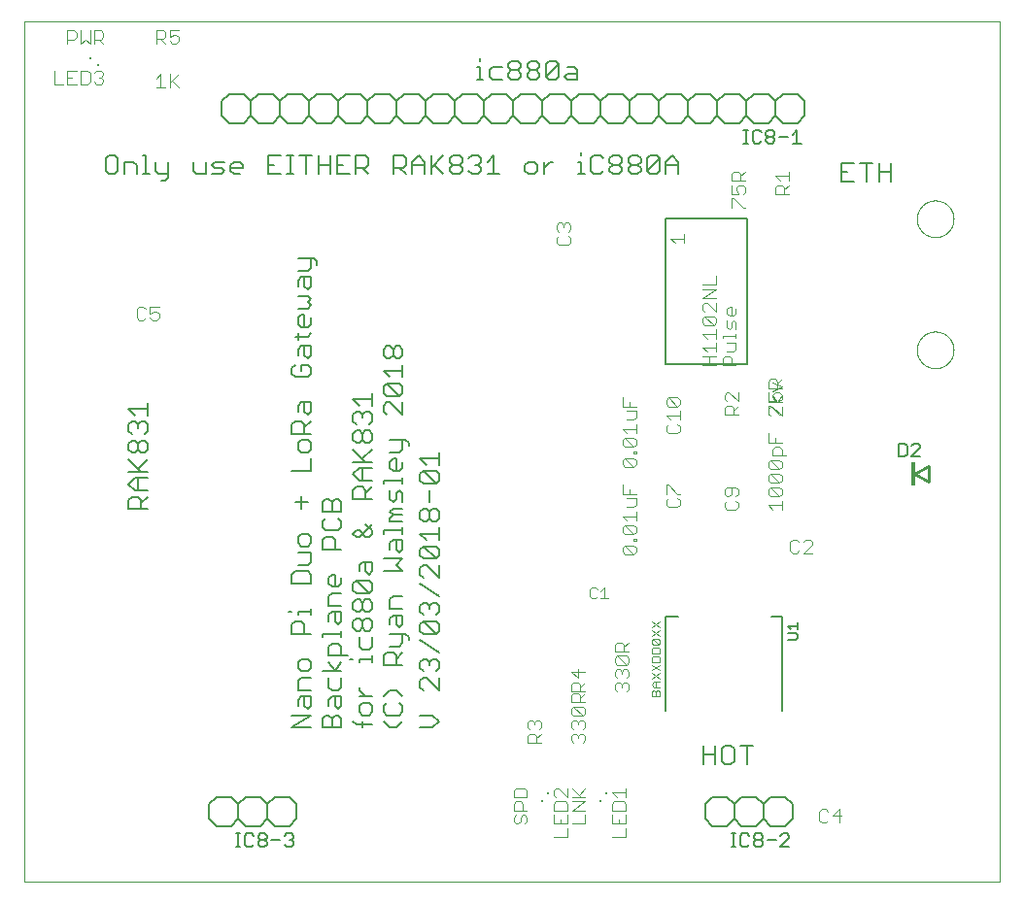
<source format=gto>
G75*
%MOIN*%
%OFA0B0*%
%FSLAX25Y25*%
%IPPOS*%
%LPD*%
%AMOC8*
5,1,8,0,0,1.08239X$1,22.5*
%
%ADD10C,0.00000*%
%ADD11C,0.00600*%
%ADD12C,0.00500*%
%ADD13C,0.01000*%
%ADD14R,0.01181X0.08268*%
%ADD15C,0.00400*%
%ADD16C,0.00800*%
%ADD17C,0.00700*%
%ADD18C,0.00300*%
%ADD19C,0.00984*%
%ADD20R,0.00787X0.00787*%
D10*
X0021800Y0006800D02*
X0021800Y0302076D01*
X0356446Y0302076D01*
X0356446Y0006800D01*
X0021800Y0006800D01*
X0328001Y0189300D02*
X0328003Y0189458D01*
X0328009Y0189616D01*
X0328019Y0189774D01*
X0328033Y0189932D01*
X0328051Y0190089D01*
X0328072Y0190246D01*
X0328098Y0190402D01*
X0328128Y0190558D01*
X0328161Y0190713D01*
X0328199Y0190866D01*
X0328240Y0191019D01*
X0328285Y0191171D01*
X0328334Y0191322D01*
X0328387Y0191471D01*
X0328443Y0191619D01*
X0328503Y0191765D01*
X0328567Y0191910D01*
X0328635Y0192053D01*
X0328706Y0192195D01*
X0328780Y0192335D01*
X0328858Y0192472D01*
X0328940Y0192608D01*
X0329024Y0192742D01*
X0329113Y0192873D01*
X0329204Y0193002D01*
X0329299Y0193129D01*
X0329396Y0193254D01*
X0329497Y0193376D01*
X0329601Y0193495D01*
X0329708Y0193612D01*
X0329818Y0193726D01*
X0329931Y0193837D01*
X0330046Y0193946D01*
X0330164Y0194051D01*
X0330285Y0194153D01*
X0330408Y0194253D01*
X0330534Y0194349D01*
X0330662Y0194442D01*
X0330792Y0194532D01*
X0330925Y0194618D01*
X0331060Y0194702D01*
X0331196Y0194781D01*
X0331335Y0194858D01*
X0331476Y0194930D01*
X0331618Y0195000D01*
X0331762Y0195065D01*
X0331908Y0195127D01*
X0332055Y0195185D01*
X0332204Y0195240D01*
X0332354Y0195291D01*
X0332505Y0195338D01*
X0332657Y0195381D01*
X0332810Y0195420D01*
X0332965Y0195456D01*
X0333120Y0195487D01*
X0333276Y0195515D01*
X0333432Y0195539D01*
X0333589Y0195559D01*
X0333747Y0195575D01*
X0333904Y0195587D01*
X0334063Y0195595D01*
X0334221Y0195599D01*
X0334379Y0195599D01*
X0334537Y0195595D01*
X0334696Y0195587D01*
X0334853Y0195575D01*
X0335011Y0195559D01*
X0335168Y0195539D01*
X0335324Y0195515D01*
X0335480Y0195487D01*
X0335635Y0195456D01*
X0335790Y0195420D01*
X0335943Y0195381D01*
X0336095Y0195338D01*
X0336246Y0195291D01*
X0336396Y0195240D01*
X0336545Y0195185D01*
X0336692Y0195127D01*
X0336838Y0195065D01*
X0336982Y0195000D01*
X0337124Y0194930D01*
X0337265Y0194858D01*
X0337404Y0194781D01*
X0337540Y0194702D01*
X0337675Y0194618D01*
X0337808Y0194532D01*
X0337938Y0194442D01*
X0338066Y0194349D01*
X0338192Y0194253D01*
X0338315Y0194153D01*
X0338436Y0194051D01*
X0338554Y0193946D01*
X0338669Y0193837D01*
X0338782Y0193726D01*
X0338892Y0193612D01*
X0338999Y0193495D01*
X0339103Y0193376D01*
X0339204Y0193254D01*
X0339301Y0193129D01*
X0339396Y0193002D01*
X0339487Y0192873D01*
X0339576Y0192742D01*
X0339660Y0192608D01*
X0339742Y0192472D01*
X0339820Y0192335D01*
X0339894Y0192195D01*
X0339965Y0192053D01*
X0340033Y0191910D01*
X0340097Y0191765D01*
X0340157Y0191619D01*
X0340213Y0191471D01*
X0340266Y0191322D01*
X0340315Y0191171D01*
X0340360Y0191019D01*
X0340401Y0190866D01*
X0340439Y0190713D01*
X0340472Y0190558D01*
X0340502Y0190402D01*
X0340528Y0190246D01*
X0340549Y0190089D01*
X0340567Y0189932D01*
X0340581Y0189774D01*
X0340591Y0189616D01*
X0340597Y0189458D01*
X0340599Y0189300D01*
X0340597Y0189142D01*
X0340591Y0188984D01*
X0340581Y0188826D01*
X0340567Y0188668D01*
X0340549Y0188511D01*
X0340528Y0188354D01*
X0340502Y0188198D01*
X0340472Y0188042D01*
X0340439Y0187887D01*
X0340401Y0187734D01*
X0340360Y0187581D01*
X0340315Y0187429D01*
X0340266Y0187278D01*
X0340213Y0187129D01*
X0340157Y0186981D01*
X0340097Y0186835D01*
X0340033Y0186690D01*
X0339965Y0186547D01*
X0339894Y0186405D01*
X0339820Y0186265D01*
X0339742Y0186128D01*
X0339660Y0185992D01*
X0339576Y0185858D01*
X0339487Y0185727D01*
X0339396Y0185598D01*
X0339301Y0185471D01*
X0339204Y0185346D01*
X0339103Y0185224D01*
X0338999Y0185105D01*
X0338892Y0184988D01*
X0338782Y0184874D01*
X0338669Y0184763D01*
X0338554Y0184654D01*
X0338436Y0184549D01*
X0338315Y0184447D01*
X0338192Y0184347D01*
X0338066Y0184251D01*
X0337938Y0184158D01*
X0337808Y0184068D01*
X0337675Y0183982D01*
X0337540Y0183898D01*
X0337404Y0183819D01*
X0337265Y0183742D01*
X0337124Y0183670D01*
X0336982Y0183600D01*
X0336838Y0183535D01*
X0336692Y0183473D01*
X0336545Y0183415D01*
X0336396Y0183360D01*
X0336246Y0183309D01*
X0336095Y0183262D01*
X0335943Y0183219D01*
X0335790Y0183180D01*
X0335635Y0183144D01*
X0335480Y0183113D01*
X0335324Y0183085D01*
X0335168Y0183061D01*
X0335011Y0183041D01*
X0334853Y0183025D01*
X0334696Y0183013D01*
X0334537Y0183005D01*
X0334379Y0183001D01*
X0334221Y0183001D01*
X0334063Y0183005D01*
X0333904Y0183013D01*
X0333747Y0183025D01*
X0333589Y0183041D01*
X0333432Y0183061D01*
X0333276Y0183085D01*
X0333120Y0183113D01*
X0332965Y0183144D01*
X0332810Y0183180D01*
X0332657Y0183219D01*
X0332505Y0183262D01*
X0332354Y0183309D01*
X0332204Y0183360D01*
X0332055Y0183415D01*
X0331908Y0183473D01*
X0331762Y0183535D01*
X0331618Y0183600D01*
X0331476Y0183670D01*
X0331335Y0183742D01*
X0331196Y0183819D01*
X0331060Y0183898D01*
X0330925Y0183982D01*
X0330792Y0184068D01*
X0330662Y0184158D01*
X0330534Y0184251D01*
X0330408Y0184347D01*
X0330285Y0184447D01*
X0330164Y0184549D01*
X0330046Y0184654D01*
X0329931Y0184763D01*
X0329818Y0184874D01*
X0329708Y0184988D01*
X0329601Y0185105D01*
X0329497Y0185224D01*
X0329396Y0185346D01*
X0329299Y0185471D01*
X0329204Y0185598D01*
X0329113Y0185727D01*
X0329024Y0185858D01*
X0328940Y0185992D01*
X0328858Y0186128D01*
X0328780Y0186265D01*
X0328706Y0186405D01*
X0328635Y0186547D01*
X0328567Y0186690D01*
X0328503Y0186835D01*
X0328443Y0186981D01*
X0328387Y0187129D01*
X0328334Y0187278D01*
X0328285Y0187429D01*
X0328240Y0187581D01*
X0328199Y0187734D01*
X0328161Y0187887D01*
X0328128Y0188042D01*
X0328098Y0188198D01*
X0328072Y0188354D01*
X0328051Y0188511D01*
X0328033Y0188668D01*
X0328019Y0188826D01*
X0328009Y0188984D01*
X0328003Y0189142D01*
X0328001Y0189300D01*
X0328001Y0234300D02*
X0328003Y0234458D01*
X0328009Y0234616D01*
X0328019Y0234774D01*
X0328033Y0234932D01*
X0328051Y0235089D01*
X0328072Y0235246D01*
X0328098Y0235402D01*
X0328128Y0235558D01*
X0328161Y0235713D01*
X0328199Y0235866D01*
X0328240Y0236019D01*
X0328285Y0236171D01*
X0328334Y0236322D01*
X0328387Y0236471D01*
X0328443Y0236619D01*
X0328503Y0236765D01*
X0328567Y0236910D01*
X0328635Y0237053D01*
X0328706Y0237195D01*
X0328780Y0237335D01*
X0328858Y0237472D01*
X0328940Y0237608D01*
X0329024Y0237742D01*
X0329113Y0237873D01*
X0329204Y0238002D01*
X0329299Y0238129D01*
X0329396Y0238254D01*
X0329497Y0238376D01*
X0329601Y0238495D01*
X0329708Y0238612D01*
X0329818Y0238726D01*
X0329931Y0238837D01*
X0330046Y0238946D01*
X0330164Y0239051D01*
X0330285Y0239153D01*
X0330408Y0239253D01*
X0330534Y0239349D01*
X0330662Y0239442D01*
X0330792Y0239532D01*
X0330925Y0239618D01*
X0331060Y0239702D01*
X0331196Y0239781D01*
X0331335Y0239858D01*
X0331476Y0239930D01*
X0331618Y0240000D01*
X0331762Y0240065D01*
X0331908Y0240127D01*
X0332055Y0240185D01*
X0332204Y0240240D01*
X0332354Y0240291D01*
X0332505Y0240338D01*
X0332657Y0240381D01*
X0332810Y0240420D01*
X0332965Y0240456D01*
X0333120Y0240487D01*
X0333276Y0240515D01*
X0333432Y0240539D01*
X0333589Y0240559D01*
X0333747Y0240575D01*
X0333904Y0240587D01*
X0334063Y0240595D01*
X0334221Y0240599D01*
X0334379Y0240599D01*
X0334537Y0240595D01*
X0334696Y0240587D01*
X0334853Y0240575D01*
X0335011Y0240559D01*
X0335168Y0240539D01*
X0335324Y0240515D01*
X0335480Y0240487D01*
X0335635Y0240456D01*
X0335790Y0240420D01*
X0335943Y0240381D01*
X0336095Y0240338D01*
X0336246Y0240291D01*
X0336396Y0240240D01*
X0336545Y0240185D01*
X0336692Y0240127D01*
X0336838Y0240065D01*
X0336982Y0240000D01*
X0337124Y0239930D01*
X0337265Y0239858D01*
X0337404Y0239781D01*
X0337540Y0239702D01*
X0337675Y0239618D01*
X0337808Y0239532D01*
X0337938Y0239442D01*
X0338066Y0239349D01*
X0338192Y0239253D01*
X0338315Y0239153D01*
X0338436Y0239051D01*
X0338554Y0238946D01*
X0338669Y0238837D01*
X0338782Y0238726D01*
X0338892Y0238612D01*
X0338999Y0238495D01*
X0339103Y0238376D01*
X0339204Y0238254D01*
X0339301Y0238129D01*
X0339396Y0238002D01*
X0339487Y0237873D01*
X0339576Y0237742D01*
X0339660Y0237608D01*
X0339742Y0237472D01*
X0339820Y0237335D01*
X0339894Y0237195D01*
X0339965Y0237053D01*
X0340033Y0236910D01*
X0340097Y0236765D01*
X0340157Y0236619D01*
X0340213Y0236471D01*
X0340266Y0236322D01*
X0340315Y0236171D01*
X0340360Y0236019D01*
X0340401Y0235866D01*
X0340439Y0235713D01*
X0340472Y0235558D01*
X0340502Y0235402D01*
X0340528Y0235246D01*
X0340549Y0235089D01*
X0340567Y0234932D01*
X0340581Y0234774D01*
X0340591Y0234616D01*
X0340597Y0234458D01*
X0340599Y0234300D01*
X0340597Y0234142D01*
X0340591Y0233984D01*
X0340581Y0233826D01*
X0340567Y0233668D01*
X0340549Y0233511D01*
X0340528Y0233354D01*
X0340502Y0233198D01*
X0340472Y0233042D01*
X0340439Y0232887D01*
X0340401Y0232734D01*
X0340360Y0232581D01*
X0340315Y0232429D01*
X0340266Y0232278D01*
X0340213Y0232129D01*
X0340157Y0231981D01*
X0340097Y0231835D01*
X0340033Y0231690D01*
X0339965Y0231547D01*
X0339894Y0231405D01*
X0339820Y0231265D01*
X0339742Y0231128D01*
X0339660Y0230992D01*
X0339576Y0230858D01*
X0339487Y0230727D01*
X0339396Y0230598D01*
X0339301Y0230471D01*
X0339204Y0230346D01*
X0339103Y0230224D01*
X0338999Y0230105D01*
X0338892Y0229988D01*
X0338782Y0229874D01*
X0338669Y0229763D01*
X0338554Y0229654D01*
X0338436Y0229549D01*
X0338315Y0229447D01*
X0338192Y0229347D01*
X0338066Y0229251D01*
X0337938Y0229158D01*
X0337808Y0229068D01*
X0337675Y0228982D01*
X0337540Y0228898D01*
X0337404Y0228819D01*
X0337265Y0228742D01*
X0337124Y0228670D01*
X0336982Y0228600D01*
X0336838Y0228535D01*
X0336692Y0228473D01*
X0336545Y0228415D01*
X0336396Y0228360D01*
X0336246Y0228309D01*
X0336095Y0228262D01*
X0335943Y0228219D01*
X0335790Y0228180D01*
X0335635Y0228144D01*
X0335480Y0228113D01*
X0335324Y0228085D01*
X0335168Y0228061D01*
X0335011Y0228041D01*
X0334853Y0228025D01*
X0334696Y0228013D01*
X0334537Y0228005D01*
X0334379Y0228001D01*
X0334221Y0228001D01*
X0334063Y0228005D01*
X0333904Y0228013D01*
X0333747Y0228025D01*
X0333589Y0228041D01*
X0333432Y0228061D01*
X0333276Y0228085D01*
X0333120Y0228113D01*
X0332965Y0228144D01*
X0332810Y0228180D01*
X0332657Y0228219D01*
X0332505Y0228262D01*
X0332354Y0228309D01*
X0332204Y0228360D01*
X0332055Y0228415D01*
X0331908Y0228473D01*
X0331762Y0228535D01*
X0331618Y0228600D01*
X0331476Y0228670D01*
X0331335Y0228742D01*
X0331196Y0228819D01*
X0331060Y0228898D01*
X0330925Y0228982D01*
X0330792Y0229068D01*
X0330662Y0229158D01*
X0330534Y0229251D01*
X0330408Y0229347D01*
X0330285Y0229447D01*
X0330164Y0229549D01*
X0330046Y0229654D01*
X0329931Y0229763D01*
X0329818Y0229874D01*
X0329708Y0229988D01*
X0329601Y0230105D01*
X0329497Y0230224D01*
X0329396Y0230346D01*
X0329299Y0230471D01*
X0329204Y0230598D01*
X0329113Y0230727D01*
X0329024Y0230858D01*
X0328940Y0230992D01*
X0328858Y0231128D01*
X0328780Y0231265D01*
X0328706Y0231405D01*
X0328635Y0231547D01*
X0328567Y0231690D01*
X0328503Y0231835D01*
X0328443Y0231981D01*
X0328387Y0232129D01*
X0328334Y0232278D01*
X0328285Y0232429D01*
X0328240Y0232581D01*
X0328199Y0232734D01*
X0328161Y0232887D01*
X0328128Y0233042D01*
X0328098Y0233198D01*
X0328072Y0233354D01*
X0328051Y0233511D01*
X0328033Y0233668D01*
X0328019Y0233826D01*
X0328009Y0233984D01*
X0328003Y0234142D01*
X0328001Y0234300D01*
D11*
X0319261Y0247100D02*
X0319261Y0253505D01*
X0319261Y0250303D02*
X0314991Y0250303D01*
X0314991Y0253505D02*
X0314991Y0247100D01*
X0310681Y0247100D02*
X0310681Y0253505D01*
X0312816Y0253505D02*
X0308545Y0253505D01*
X0306370Y0253505D02*
X0302100Y0253505D01*
X0302100Y0247100D01*
X0306370Y0247100D01*
X0304235Y0250303D02*
X0302100Y0250303D01*
X0286977Y0267115D02*
X0289477Y0269615D01*
X0289477Y0274615D01*
X0286977Y0277115D01*
X0281977Y0277115D01*
X0279477Y0274615D01*
X0276977Y0277115D01*
X0271977Y0277115D01*
X0269477Y0274615D01*
X0269477Y0269615D01*
X0271977Y0267115D01*
X0276977Y0267115D01*
X0279477Y0269615D01*
X0279477Y0274615D01*
X0279477Y0269615D02*
X0281977Y0267115D01*
X0286977Y0267115D01*
X0269477Y0269615D02*
X0266977Y0267115D01*
X0261977Y0267115D01*
X0259477Y0269615D01*
X0256977Y0267115D01*
X0251977Y0267115D01*
X0249477Y0269615D01*
X0246977Y0267115D01*
X0241977Y0267115D01*
X0239477Y0269615D01*
X0239477Y0274615D01*
X0241977Y0277115D01*
X0246977Y0277115D01*
X0249477Y0274615D01*
X0251977Y0277115D01*
X0256977Y0277115D01*
X0259477Y0274615D01*
X0261977Y0277115D01*
X0266977Y0277115D01*
X0269477Y0274615D01*
X0259477Y0274615D02*
X0259477Y0269615D01*
X0249477Y0269615D02*
X0249477Y0274615D01*
X0239477Y0274615D02*
X0236977Y0277115D01*
X0231977Y0277115D01*
X0229477Y0274615D01*
X0226977Y0277115D01*
X0221977Y0277115D01*
X0219477Y0274615D01*
X0216977Y0277115D01*
X0211977Y0277115D01*
X0209477Y0274615D01*
X0209477Y0269615D01*
X0211977Y0267115D01*
X0216977Y0267115D01*
X0219477Y0269615D01*
X0219477Y0274615D01*
X0219477Y0269615D02*
X0221977Y0267115D01*
X0226977Y0267115D01*
X0229477Y0269615D01*
X0229477Y0274615D01*
X0229477Y0269615D02*
X0231977Y0267115D01*
X0236977Y0267115D01*
X0239477Y0269615D01*
X0238648Y0256005D02*
X0236513Y0256005D01*
X0235445Y0254938D01*
X0235445Y0250668D01*
X0239715Y0254938D01*
X0239715Y0250668D01*
X0238648Y0249600D01*
X0236513Y0249600D01*
X0235445Y0250668D01*
X0233270Y0250668D02*
X0232202Y0249600D01*
X0230067Y0249600D01*
X0229000Y0250668D01*
X0229000Y0251735D01*
X0230067Y0252803D01*
X0232202Y0252803D01*
X0233270Y0251735D01*
X0233270Y0250668D01*
X0232202Y0252803D02*
X0233270Y0253870D01*
X0233270Y0254938D01*
X0232202Y0256005D01*
X0230067Y0256005D01*
X0229000Y0254938D01*
X0229000Y0253870D01*
X0230067Y0252803D01*
X0226824Y0253870D02*
X0225757Y0252803D01*
X0223622Y0252803D01*
X0222554Y0253870D01*
X0222554Y0254938D01*
X0223622Y0256005D01*
X0225757Y0256005D01*
X0226824Y0254938D01*
X0226824Y0253870D01*
X0225757Y0252803D02*
X0226824Y0251735D01*
X0226824Y0250668D01*
X0225757Y0249600D01*
X0223622Y0249600D01*
X0222554Y0250668D01*
X0222554Y0251735D01*
X0223622Y0252803D01*
X0220379Y0254938D02*
X0219311Y0256005D01*
X0217176Y0256005D01*
X0216109Y0254938D01*
X0216109Y0250668D01*
X0217176Y0249600D01*
X0219311Y0249600D01*
X0220379Y0250668D01*
X0213947Y0249600D02*
X0211812Y0249600D01*
X0212879Y0249600D02*
X0212879Y0253870D01*
X0211812Y0253870D01*
X0212879Y0256005D02*
X0212879Y0257073D01*
X0203198Y0253870D02*
X0202130Y0253870D01*
X0199995Y0251735D01*
X0199995Y0249600D02*
X0199995Y0253870D01*
X0197820Y0252803D02*
X0196752Y0253870D01*
X0194617Y0253870D01*
X0193549Y0252803D01*
X0193549Y0250668D01*
X0194617Y0249600D01*
X0196752Y0249600D01*
X0197820Y0250668D01*
X0197820Y0252803D01*
X0184929Y0249600D02*
X0180658Y0249600D01*
X0182794Y0249600D02*
X0182794Y0256005D01*
X0180658Y0253870D01*
X0178483Y0253870D02*
X0177416Y0252803D01*
X0178483Y0251735D01*
X0178483Y0250668D01*
X0177416Y0249600D01*
X0175281Y0249600D01*
X0174213Y0250668D01*
X0172038Y0250668D02*
X0170970Y0249600D01*
X0168835Y0249600D01*
X0167767Y0250668D01*
X0167767Y0251735D01*
X0168835Y0252803D01*
X0170970Y0252803D01*
X0172038Y0251735D01*
X0172038Y0250668D01*
X0170970Y0252803D02*
X0172038Y0253870D01*
X0172038Y0254938D01*
X0170970Y0256005D01*
X0168835Y0256005D01*
X0167767Y0254938D01*
X0167767Y0253870D01*
X0168835Y0252803D01*
X0165592Y0256005D02*
X0161322Y0251735D01*
X0162390Y0252803D02*
X0165592Y0249600D01*
X0161322Y0249600D02*
X0161322Y0256005D01*
X0159147Y0253870D02*
X0159147Y0249600D01*
X0159147Y0252803D02*
X0154876Y0252803D01*
X0154876Y0253870D02*
X0154876Y0249600D01*
X0152701Y0249600D02*
X0150566Y0251735D01*
X0151634Y0251735D02*
X0148431Y0251735D01*
X0148431Y0249600D02*
X0148431Y0256005D01*
X0151634Y0256005D01*
X0152701Y0254938D01*
X0152701Y0252803D01*
X0151634Y0251735D01*
X0154876Y0253870D02*
X0157012Y0256005D01*
X0159147Y0253870D01*
X0156977Y0267115D02*
X0151977Y0267115D01*
X0149477Y0269615D01*
X0149477Y0274615D01*
X0151977Y0277115D01*
X0156977Y0277115D01*
X0159477Y0274615D01*
X0161977Y0277115D01*
X0166977Y0277115D01*
X0169477Y0274615D01*
X0171977Y0277115D01*
X0176977Y0277115D01*
X0179477Y0274615D01*
X0181977Y0277115D01*
X0186977Y0277115D01*
X0189477Y0274615D01*
X0191977Y0277115D01*
X0196977Y0277115D01*
X0199477Y0274615D01*
X0201977Y0277115D01*
X0206977Y0277115D01*
X0209477Y0274615D01*
X0209477Y0269615D02*
X0206977Y0267115D01*
X0201977Y0267115D01*
X0199477Y0269615D01*
X0196977Y0267115D01*
X0191977Y0267115D01*
X0189477Y0269615D01*
X0186977Y0267115D01*
X0181977Y0267115D01*
X0179477Y0269615D01*
X0179477Y0274615D01*
X0179477Y0269615D02*
X0176977Y0267115D01*
X0171977Y0267115D01*
X0169477Y0269615D01*
X0166977Y0267115D01*
X0161977Y0267115D01*
X0159477Y0269615D01*
X0156977Y0267115D01*
X0159477Y0269615D02*
X0159477Y0274615D01*
X0149477Y0274615D02*
X0146977Y0277115D01*
X0141977Y0277115D01*
X0139477Y0274615D01*
X0136977Y0277115D01*
X0131977Y0277115D01*
X0129477Y0274615D01*
X0126977Y0277115D01*
X0121977Y0277115D01*
X0119477Y0274615D01*
X0119477Y0269615D01*
X0121977Y0267115D01*
X0126977Y0267115D01*
X0129477Y0269615D01*
X0129477Y0274615D01*
X0129477Y0269615D02*
X0131977Y0267115D01*
X0136977Y0267115D01*
X0139477Y0269615D01*
X0139477Y0274615D01*
X0139477Y0269615D02*
X0141977Y0267115D01*
X0146977Y0267115D01*
X0149477Y0269615D01*
X0138743Y0256005D02*
X0135540Y0256005D01*
X0135540Y0249600D01*
X0135540Y0251735D02*
X0138743Y0251735D01*
X0139810Y0252803D01*
X0139810Y0254938D01*
X0138743Y0256005D01*
X0137675Y0251735D02*
X0139810Y0249600D01*
X0133365Y0249600D02*
X0129094Y0249600D01*
X0129094Y0256005D01*
X0133365Y0256005D01*
X0131230Y0252803D02*
X0129094Y0252803D01*
X0126919Y0252803D02*
X0122649Y0252803D01*
X0122649Y0256005D02*
X0122649Y0249600D01*
X0118339Y0249600D02*
X0118339Y0256005D01*
X0120474Y0256005D02*
X0116203Y0256005D01*
X0114042Y0256005D02*
X0111906Y0256005D01*
X0112974Y0256005D02*
X0112974Y0249600D01*
X0111906Y0249600D02*
X0114042Y0249600D01*
X0109731Y0249600D02*
X0105461Y0249600D01*
X0105461Y0256005D01*
X0109731Y0256005D01*
X0107596Y0252803D02*
X0105461Y0252803D01*
X0096840Y0252803D02*
X0096840Y0251735D01*
X0092570Y0251735D01*
X0092570Y0250668D02*
X0092570Y0252803D01*
X0093638Y0253870D01*
X0095773Y0253870D01*
X0096840Y0252803D01*
X0095773Y0249600D02*
X0093638Y0249600D01*
X0092570Y0250668D01*
X0090395Y0250668D02*
X0089327Y0251735D01*
X0087192Y0251735D01*
X0086124Y0252803D01*
X0087192Y0253870D01*
X0090395Y0253870D01*
X0090395Y0250668D02*
X0089327Y0249600D01*
X0086124Y0249600D01*
X0083949Y0249600D02*
X0083949Y0253870D01*
X0079679Y0253870D02*
X0079679Y0250668D01*
X0080747Y0249600D01*
X0083949Y0249600D01*
X0071058Y0249600D02*
X0067856Y0249600D01*
X0066788Y0250668D01*
X0066788Y0253870D01*
X0063559Y0256005D02*
X0063559Y0249600D01*
X0064626Y0249600D02*
X0062491Y0249600D01*
X0060316Y0249600D02*
X0060316Y0252803D01*
X0059248Y0253870D01*
X0056045Y0253870D01*
X0056045Y0249600D01*
X0053870Y0250668D02*
X0053870Y0254938D01*
X0052803Y0256005D01*
X0050668Y0256005D01*
X0049600Y0254938D01*
X0049600Y0250668D01*
X0050668Y0249600D01*
X0052803Y0249600D01*
X0053870Y0250668D01*
X0062491Y0256005D02*
X0063559Y0256005D01*
X0071058Y0253870D02*
X0071058Y0248532D01*
X0069991Y0247465D01*
X0068923Y0247465D01*
X0089477Y0269615D02*
X0091977Y0267115D01*
X0096977Y0267115D01*
X0099477Y0269615D01*
X0099477Y0274615D01*
X0096977Y0277115D01*
X0091977Y0277115D01*
X0089477Y0274615D01*
X0089477Y0269615D01*
X0099477Y0269615D02*
X0101977Y0267115D01*
X0106977Y0267115D01*
X0109477Y0269615D01*
X0109477Y0274615D01*
X0106977Y0277115D01*
X0101977Y0277115D01*
X0099477Y0274615D01*
X0109477Y0274615D02*
X0111977Y0277115D01*
X0116977Y0277115D01*
X0119477Y0274615D01*
X0119477Y0269615D02*
X0116977Y0267115D01*
X0111977Y0267115D01*
X0109477Y0269615D01*
X0126919Y0256005D02*
X0126919Y0249600D01*
X0121068Y0220711D02*
X0115730Y0220711D01*
X0120000Y0220711D02*
X0120000Y0217508D01*
X0118932Y0216440D01*
X0115730Y0216440D01*
X0116797Y0214265D02*
X0120000Y0214265D01*
X0120000Y0211062D01*
X0118932Y0209995D01*
X0117865Y0211062D01*
X0117865Y0214265D01*
X0116797Y0214265D02*
X0115730Y0213198D01*
X0115730Y0211062D01*
X0115730Y0207820D02*
X0118932Y0207820D01*
X0120000Y0206752D01*
X0118932Y0205685D01*
X0120000Y0204617D01*
X0118932Y0203549D01*
X0115730Y0203549D01*
X0116797Y0201374D02*
X0117865Y0201374D01*
X0117865Y0197104D01*
X0118932Y0197104D02*
X0116797Y0197104D01*
X0115730Y0198172D01*
X0115730Y0200307D01*
X0116797Y0201374D01*
X0120000Y0200307D02*
X0120000Y0198172D01*
X0118932Y0197104D01*
X0120000Y0194942D02*
X0118932Y0193875D01*
X0114662Y0193875D01*
X0115730Y0194942D02*
X0115730Y0192807D01*
X0116797Y0190632D02*
X0120000Y0190632D01*
X0120000Y0187429D01*
X0118932Y0186361D01*
X0117865Y0187429D01*
X0117865Y0190632D01*
X0116797Y0190632D02*
X0115730Y0189564D01*
X0115730Y0187429D01*
X0116797Y0184186D02*
X0116797Y0182051D01*
X0116797Y0184186D02*
X0118932Y0184186D01*
X0120000Y0183119D01*
X0120000Y0180984D01*
X0118932Y0179916D01*
X0114662Y0179916D01*
X0113595Y0180984D01*
X0113595Y0183119D01*
X0114662Y0184186D01*
X0116797Y0171295D02*
X0120000Y0171295D01*
X0120000Y0168093D01*
X0118932Y0167025D01*
X0117865Y0168093D01*
X0117865Y0171295D01*
X0116797Y0171295D02*
X0115730Y0170228D01*
X0115730Y0168093D01*
X0114662Y0164850D02*
X0116797Y0164850D01*
X0117865Y0163782D01*
X0117865Y0160579D01*
X0120000Y0160579D02*
X0113595Y0160579D01*
X0113595Y0163782D01*
X0114662Y0164850D01*
X0117865Y0162715D02*
X0120000Y0164850D01*
X0118932Y0158404D02*
X0116797Y0158404D01*
X0115730Y0157337D01*
X0115730Y0155202D01*
X0116797Y0154134D01*
X0118932Y0154134D01*
X0120000Y0155202D01*
X0120000Y0157337D01*
X0118932Y0158404D01*
X0120000Y0151959D02*
X0120000Y0147688D01*
X0113595Y0147688D01*
X0116797Y0139068D02*
X0116797Y0134797D01*
X0114662Y0136933D02*
X0118932Y0136933D01*
X0124095Y0136926D02*
X0124095Y0133723D01*
X0130500Y0133723D01*
X0130500Y0136926D01*
X0129432Y0137994D01*
X0128365Y0137994D01*
X0127297Y0136926D01*
X0127297Y0133723D01*
X0125162Y0131548D02*
X0124095Y0130480D01*
X0124095Y0128345D01*
X0125162Y0127278D01*
X0129432Y0127278D01*
X0130500Y0128345D01*
X0130500Y0130480D01*
X0129432Y0131548D01*
X0127297Y0136926D02*
X0126230Y0137994D01*
X0125162Y0137994D01*
X0124095Y0136926D01*
X0134595Y0138020D02*
X0134595Y0141223D01*
X0135662Y0142291D01*
X0137797Y0142291D01*
X0138865Y0141223D01*
X0138865Y0138020D01*
X0141000Y0138020D02*
X0134595Y0138020D01*
X0138865Y0140155D02*
X0141000Y0142291D01*
X0141000Y0144466D02*
X0136730Y0144466D01*
X0134595Y0146601D01*
X0136730Y0148736D01*
X0141000Y0148736D01*
X0141000Y0150911D02*
X0134595Y0150911D01*
X0137797Y0151979D02*
X0141000Y0155182D01*
X0139932Y0157357D02*
X0138865Y0157357D01*
X0137797Y0158424D01*
X0137797Y0160559D01*
X0138865Y0161627D01*
X0139932Y0161627D01*
X0141000Y0160559D01*
X0141000Y0158424D01*
X0139932Y0157357D01*
X0137797Y0158424D02*
X0136730Y0157357D01*
X0135662Y0157357D01*
X0134595Y0158424D01*
X0134595Y0160559D01*
X0135662Y0161627D01*
X0136730Y0161627D01*
X0137797Y0160559D01*
X0135662Y0163802D02*
X0134595Y0164870D01*
X0134595Y0167005D01*
X0135662Y0168073D01*
X0136730Y0168073D01*
X0137797Y0167005D01*
X0138865Y0168073D01*
X0139932Y0168073D01*
X0141000Y0167005D01*
X0141000Y0164870D01*
X0139932Y0163802D01*
X0137797Y0165937D02*
X0137797Y0167005D01*
X0136730Y0170248D02*
X0134595Y0172383D01*
X0141000Y0172383D01*
X0141000Y0170248D02*
X0141000Y0174518D01*
X0145095Y0174538D02*
X0145095Y0176673D01*
X0146162Y0177741D01*
X0150432Y0173470D01*
X0151500Y0174538D01*
X0151500Y0176673D01*
X0150432Y0177741D01*
X0146162Y0177741D01*
X0147230Y0179916D02*
X0145095Y0182051D01*
X0151500Y0182051D01*
X0151500Y0179916D02*
X0151500Y0184186D01*
X0150432Y0186361D02*
X0149365Y0186361D01*
X0148297Y0187429D01*
X0148297Y0189564D01*
X0149365Y0190632D01*
X0150432Y0190632D01*
X0151500Y0189564D01*
X0151500Y0187429D01*
X0150432Y0186361D01*
X0148297Y0187429D02*
X0147230Y0186361D01*
X0146162Y0186361D01*
X0145095Y0187429D01*
X0145095Y0189564D01*
X0146162Y0190632D01*
X0147230Y0190632D01*
X0148297Y0189564D01*
X0145095Y0174538D02*
X0146162Y0173470D01*
X0150432Y0173470D01*
X0151500Y0171295D02*
X0151500Y0167025D01*
X0147230Y0171295D01*
X0146162Y0171295D01*
X0145095Y0170228D01*
X0145095Y0168093D01*
X0146162Y0167025D01*
X0147230Y0158404D02*
X0152568Y0158404D01*
X0153635Y0157337D01*
X0153635Y0156269D01*
X0151500Y0155202D02*
X0150432Y0154134D01*
X0147230Y0154134D01*
X0148297Y0151959D02*
X0149365Y0151959D01*
X0149365Y0147688D01*
X0150432Y0147688D02*
X0148297Y0147688D01*
X0147230Y0148756D01*
X0147230Y0150891D01*
X0148297Y0151959D01*
X0151500Y0150891D02*
X0151500Y0148756D01*
X0150432Y0147688D01*
X0151500Y0145527D02*
X0151500Y0143391D01*
X0151500Y0144459D02*
X0145095Y0144459D01*
X0145095Y0143391D01*
X0147230Y0141216D02*
X0147230Y0138014D01*
X0148297Y0136946D01*
X0149365Y0138014D01*
X0149365Y0140149D01*
X0150432Y0141216D01*
X0151500Y0140149D01*
X0151500Y0136946D01*
X0151500Y0134771D02*
X0148297Y0134771D01*
X0147230Y0133703D01*
X0148297Y0132636D01*
X0151500Y0132636D01*
X0151500Y0130500D02*
X0147230Y0130500D01*
X0147230Y0131568D01*
X0148297Y0132636D01*
X0151500Y0128339D02*
X0151500Y0126203D01*
X0151500Y0127271D02*
X0145095Y0127271D01*
X0145095Y0126203D01*
X0148297Y0124028D02*
X0147230Y0122961D01*
X0147230Y0120826D01*
X0149365Y0120826D02*
X0150432Y0119758D01*
X0151500Y0120826D01*
X0151500Y0124028D01*
X0148297Y0124028D01*
X0149365Y0124028D02*
X0149365Y0120826D01*
X0151500Y0117583D02*
X0145095Y0117583D01*
X0141000Y0116509D02*
X0141000Y0113306D01*
X0139932Y0112238D01*
X0138865Y0113306D01*
X0138865Y0116509D01*
X0137797Y0116509D02*
X0141000Y0116509D01*
X0137797Y0116509D02*
X0136730Y0115441D01*
X0136730Y0113306D01*
X0135662Y0110063D02*
X0139932Y0105793D01*
X0141000Y0106860D01*
X0141000Y0108995D01*
X0139932Y0110063D01*
X0135662Y0110063D01*
X0134595Y0108995D01*
X0134595Y0106860D01*
X0135662Y0105793D01*
X0139932Y0105793D01*
X0139932Y0103618D02*
X0141000Y0102550D01*
X0141000Y0100415D01*
X0139932Y0099347D01*
X0138865Y0099347D01*
X0137797Y0100415D01*
X0137797Y0102550D01*
X0138865Y0103618D01*
X0139932Y0103618D01*
X0137797Y0102550D02*
X0136730Y0103618D01*
X0135662Y0103618D01*
X0134595Y0102550D01*
X0134595Y0100415D01*
X0135662Y0099347D01*
X0136730Y0099347D01*
X0137797Y0100415D01*
X0136730Y0097172D02*
X0137797Y0096104D01*
X0137797Y0093969D01*
X0136730Y0092902D01*
X0135662Y0092902D01*
X0134595Y0093969D01*
X0134595Y0096104D01*
X0135662Y0097172D01*
X0136730Y0097172D01*
X0137797Y0096104D02*
X0138865Y0097172D01*
X0139932Y0097172D01*
X0141000Y0096104D01*
X0141000Y0093969D01*
X0139932Y0092902D01*
X0138865Y0092902D01*
X0137797Y0093969D01*
X0136730Y0090727D02*
X0136730Y0087524D01*
X0137797Y0086456D01*
X0139932Y0086456D01*
X0141000Y0087524D01*
X0141000Y0090727D01*
X0147230Y0091801D02*
X0152568Y0091801D01*
X0153635Y0090733D01*
X0153635Y0089666D01*
X0151500Y0088598D02*
X0151500Y0091801D01*
X0150432Y0093976D02*
X0149365Y0095044D01*
X0149365Y0098246D01*
X0148297Y0098246D02*
X0151500Y0098246D01*
X0151500Y0095044D01*
X0150432Y0093976D01*
X0147230Y0095044D02*
X0147230Y0097179D01*
X0148297Y0098246D01*
X0147230Y0100421D02*
X0147230Y0103624D01*
X0148297Y0104692D01*
X0151500Y0104692D01*
X0151500Y0100421D02*
X0147230Y0100421D01*
X0157595Y0101476D02*
X0158662Y0102543D01*
X0159730Y0102543D01*
X0160797Y0101476D01*
X0161865Y0102543D01*
X0162932Y0102543D01*
X0164000Y0101476D01*
X0164000Y0099341D01*
X0162932Y0098273D01*
X0162932Y0096098D02*
X0164000Y0095030D01*
X0164000Y0092895D01*
X0162932Y0091827D01*
X0158662Y0096098D01*
X0162932Y0096098D01*
X0158662Y0096098D02*
X0157595Y0095030D01*
X0157595Y0092895D01*
X0158662Y0091827D01*
X0162932Y0091827D01*
X0157595Y0089652D02*
X0164000Y0085382D01*
X0162932Y0083207D02*
X0164000Y0082139D01*
X0164000Y0080004D01*
X0162932Y0078936D01*
X0164000Y0076761D02*
X0164000Y0072491D01*
X0159730Y0076761D01*
X0158662Y0076761D01*
X0157595Y0075694D01*
X0157595Y0073559D01*
X0158662Y0072491D01*
X0158662Y0078936D02*
X0157595Y0080004D01*
X0157595Y0082139D01*
X0158662Y0083207D01*
X0159730Y0083207D01*
X0160797Y0082139D01*
X0161865Y0083207D01*
X0162932Y0083207D01*
X0160797Y0082139D02*
X0160797Y0081072D01*
X0151500Y0081085D02*
X0145095Y0081085D01*
X0145095Y0084288D01*
X0146162Y0085355D01*
X0148297Y0085355D01*
X0149365Y0084288D01*
X0149365Y0081085D01*
X0149365Y0083220D02*
X0151500Y0085355D01*
X0150432Y0087530D02*
X0147230Y0087530D01*
X0150432Y0087530D02*
X0151500Y0088598D01*
X0141000Y0084294D02*
X0141000Y0082159D01*
X0141000Y0083227D02*
X0136730Y0083227D01*
X0136730Y0082159D01*
X0134595Y0083227D02*
X0133527Y0083227D01*
X0132635Y0084308D02*
X0126230Y0084308D01*
X0126230Y0087510D01*
X0127297Y0088578D01*
X0129432Y0088578D01*
X0130500Y0087510D01*
X0130500Y0084308D01*
X0130500Y0082139D02*
X0128365Y0078936D01*
X0126230Y0082139D01*
X0124095Y0078936D02*
X0130500Y0078936D01*
X0130500Y0076761D02*
X0130500Y0073559D01*
X0129432Y0072491D01*
X0127297Y0072491D01*
X0126230Y0073559D01*
X0126230Y0076761D01*
X0120000Y0076761D02*
X0116797Y0076761D01*
X0115730Y0075694D01*
X0115730Y0072491D01*
X0120000Y0072491D01*
X0120000Y0070316D02*
X0116797Y0070316D01*
X0115730Y0069248D01*
X0115730Y0067113D01*
X0117865Y0067113D02*
X0117865Y0070316D01*
X0120000Y0070316D02*
X0120000Y0067113D01*
X0118932Y0066045D01*
X0117865Y0067113D01*
X0120000Y0063870D02*
X0113595Y0063870D01*
X0113595Y0059600D02*
X0120000Y0063870D01*
X0124095Y0062803D02*
X0124095Y0059600D01*
X0130500Y0059600D01*
X0130500Y0062803D01*
X0129432Y0063870D01*
X0128365Y0063870D01*
X0127297Y0062803D01*
X0127297Y0059600D01*
X0127297Y0062803D02*
X0126230Y0063870D01*
X0125162Y0063870D01*
X0124095Y0062803D01*
X0126230Y0067113D02*
X0126230Y0069248D01*
X0127297Y0070316D01*
X0130500Y0070316D01*
X0130500Y0067113D01*
X0129432Y0066045D01*
X0128365Y0067113D01*
X0128365Y0070316D01*
X0136730Y0070342D02*
X0141000Y0070342D01*
X0138865Y0070342D02*
X0136730Y0072478D01*
X0136730Y0073545D01*
X0137797Y0068167D02*
X0136730Y0067100D01*
X0136730Y0064965D01*
X0137797Y0063897D01*
X0139932Y0063897D01*
X0141000Y0064965D01*
X0141000Y0067100D01*
X0139932Y0068167D01*
X0137797Y0068167D01*
X0145095Y0067100D02*
X0145095Y0064965D01*
X0146162Y0063897D01*
X0150432Y0063897D01*
X0151500Y0064965D01*
X0151500Y0067100D01*
X0150432Y0068167D01*
X0151500Y0070342D02*
X0149365Y0072478D01*
X0147230Y0072478D01*
X0145095Y0070342D01*
X0146162Y0068167D02*
X0145095Y0067100D01*
X0145095Y0061735D02*
X0147230Y0059600D01*
X0149365Y0059600D01*
X0151500Y0061735D01*
X0157595Y0059600D02*
X0161865Y0059600D01*
X0164000Y0061735D01*
X0161865Y0063870D01*
X0157595Y0063870D01*
X0141000Y0060668D02*
X0135662Y0060668D01*
X0134595Y0061735D01*
X0137797Y0061735D02*
X0137797Y0059600D01*
X0120000Y0059600D02*
X0113595Y0059600D01*
X0116797Y0078936D02*
X0118932Y0078936D01*
X0120000Y0080004D01*
X0120000Y0082139D01*
X0118932Y0083207D01*
X0116797Y0083207D01*
X0115730Y0082139D01*
X0115730Y0080004D01*
X0116797Y0078936D01*
X0117865Y0091827D02*
X0117865Y0095030D01*
X0116797Y0096098D01*
X0114662Y0096098D01*
X0113595Y0095030D01*
X0113595Y0091827D01*
X0120000Y0091827D01*
X0124095Y0091821D02*
X0130500Y0091821D01*
X0130500Y0092888D02*
X0130500Y0090753D01*
X0129432Y0095050D02*
X0128365Y0096118D01*
X0128365Y0099321D01*
X0127297Y0099321D02*
X0130500Y0099321D01*
X0130500Y0096118D01*
X0129432Y0095050D01*
X0126230Y0096118D02*
X0126230Y0098253D01*
X0127297Y0099321D01*
X0126230Y0101496D02*
X0126230Y0104698D01*
X0127297Y0105766D01*
X0130500Y0105766D01*
X0129432Y0107941D02*
X0130500Y0109009D01*
X0130500Y0111144D01*
X0128365Y0112212D02*
X0128365Y0107941D01*
X0129432Y0107941D02*
X0127297Y0107941D01*
X0126230Y0109009D01*
X0126230Y0111144D01*
X0127297Y0112212D01*
X0128365Y0112212D01*
X0120000Y0112218D02*
X0120000Y0109015D01*
X0113595Y0109015D01*
X0113595Y0112218D01*
X0114662Y0113286D01*
X0118932Y0113286D01*
X0120000Y0112218D01*
X0118932Y0115461D02*
X0120000Y0116529D01*
X0120000Y0119731D01*
X0115730Y0119731D01*
X0116797Y0121906D02*
X0118932Y0121906D01*
X0120000Y0122974D01*
X0120000Y0125109D01*
X0118932Y0126177D01*
X0116797Y0126177D01*
X0115730Y0125109D01*
X0115730Y0122974D01*
X0116797Y0121906D01*
X0115730Y0115461D02*
X0118932Y0115461D01*
X0124095Y0120832D02*
X0124095Y0124035D01*
X0125162Y0125103D01*
X0127297Y0125103D01*
X0128365Y0124035D01*
X0128365Y0120832D01*
X0130500Y0120832D02*
X0124095Y0120832D01*
X0134595Y0126197D02*
X0135662Y0125129D01*
X0136730Y0125129D01*
X0141000Y0129400D01*
X0138865Y0129400D02*
X0141000Y0127264D01*
X0141000Y0126197D01*
X0139932Y0125129D01*
X0138865Y0125129D01*
X0136730Y0127264D01*
X0135662Y0127264D01*
X0134595Y0126197D01*
X0145095Y0113312D02*
X0151500Y0113312D01*
X0149365Y0115448D01*
X0151500Y0117583D01*
X0157595Y0118677D02*
X0157595Y0120812D01*
X0158662Y0121880D01*
X0162932Y0117609D01*
X0164000Y0118677D01*
X0164000Y0120812D01*
X0162932Y0121880D01*
X0158662Y0121880D01*
X0159730Y0124055D02*
X0157595Y0126190D01*
X0164000Y0126190D01*
X0164000Y0124055D02*
X0164000Y0128325D01*
X0162932Y0130500D02*
X0161865Y0130500D01*
X0160797Y0131568D01*
X0160797Y0133703D01*
X0161865Y0134771D01*
X0162932Y0134771D01*
X0164000Y0133703D01*
X0164000Y0131568D01*
X0162932Y0130500D01*
X0160797Y0131568D02*
X0159730Y0130500D01*
X0158662Y0130500D01*
X0157595Y0131568D01*
X0157595Y0133703D01*
X0158662Y0134771D01*
X0159730Y0134771D01*
X0160797Y0133703D01*
X0160797Y0136946D02*
X0160797Y0141216D01*
X0158662Y0143391D02*
X0157595Y0144459D01*
X0157595Y0146594D01*
X0158662Y0147662D01*
X0162932Y0143391D01*
X0164000Y0144459D01*
X0164000Y0146594D01*
X0162932Y0147662D01*
X0158662Y0147662D01*
X0159730Y0149837D02*
X0157595Y0151972D01*
X0164000Y0151972D01*
X0164000Y0149837D02*
X0164000Y0154107D01*
X0162932Y0143391D02*
X0158662Y0143391D01*
X0151500Y0155202D02*
X0151500Y0158404D01*
X0138865Y0150911D02*
X0134595Y0155182D01*
X0137797Y0148736D02*
X0137797Y0144466D01*
X0157595Y0118677D02*
X0158662Y0117609D01*
X0162932Y0117609D01*
X0164000Y0115434D02*
X0164000Y0111164D01*
X0159730Y0115434D01*
X0158662Y0115434D01*
X0157595Y0114367D01*
X0157595Y0112232D01*
X0158662Y0111164D01*
X0157595Y0108989D02*
X0164000Y0104718D01*
X0160797Y0101476D02*
X0160797Y0100408D01*
X0158662Y0098273D02*
X0157595Y0099341D01*
X0157595Y0101476D01*
X0130500Y0101496D02*
X0126230Y0101496D01*
X0120000Y0100408D02*
X0120000Y0098273D01*
X0120000Y0099341D02*
X0115730Y0099341D01*
X0115730Y0098273D01*
X0113595Y0099341D02*
X0112527Y0099341D01*
X0124095Y0091821D02*
X0124095Y0090753D01*
X0064000Y0134600D02*
X0057595Y0134600D01*
X0057595Y0137803D01*
X0058662Y0138870D01*
X0060797Y0138870D01*
X0061865Y0137803D01*
X0061865Y0134600D01*
X0061865Y0136735D02*
X0064000Y0138870D01*
X0064000Y0141045D02*
X0059730Y0141045D01*
X0057595Y0143181D01*
X0059730Y0145316D01*
X0064000Y0145316D01*
X0064000Y0147491D02*
X0057595Y0147491D01*
X0060797Y0148559D02*
X0064000Y0151761D01*
X0062932Y0153936D02*
X0064000Y0155004D01*
X0064000Y0157139D01*
X0062932Y0158207D01*
X0061865Y0158207D01*
X0060797Y0157139D01*
X0060797Y0155004D01*
X0059730Y0153936D01*
X0058662Y0153936D01*
X0057595Y0155004D01*
X0057595Y0157139D01*
X0058662Y0158207D01*
X0059730Y0158207D01*
X0060797Y0157139D01*
X0060797Y0155004D02*
X0061865Y0153936D01*
X0062932Y0153936D01*
X0057595Y0151761D02*
X0061865Y0147491D01*
X0060797Y0145316D02*
X0060797Y0141045D01*
X0058662Y0160382D02*
X0057595Y0161450D01*
X0057595Y0163585D01*
X0058662Y0164652D01*
X0059730Y0164652D01*
X0060797Y0163585D01*
X0061865Y0164652D01*
X0062932Y0164652D01*
X0064000Y0163585D01*
X0064000Y0161450D01*
X0062932Y0160382D01*
X0060797Y0162517D02*
X0060797Y0163585D01*
X0059730Y0166827D02*
X0057595Y0168963D01*
X0064000Y0168963D01*
X0064000Y0171098D02*
X0064000Y0166827D01*
X0122135Y0218576D02*
X0122135Y0219643D01*
X0121068Y0220711D01*
X0174213Y0254938D02*
X0175281Y0256005D01*
X0177416Y0256005D01*
X0178483Y0254938D01*
X0178483Y0253870D01*
X0177416Y0252803D02*
X0176348Y0252803D01*
X0169477Y0269615D02*
X0169477Y0274615D01*
X0177100Y0282100D02*
X0179235Y0282100D01*
X0178168Y0282100D02*
X0178168Y0286370D01*
X0177100Y0286370D01*
X0178168Y0288505D02*
X0178168Y0289573D01*
X0181397Y0285303D02*
X0181397Y0283168D01*
X0182465Y0282100D01*
X0185667Y0282100D01*
X0187842Y0283168D02*
X0187842Y0284235D01*
X0188910Y0285303D01*
X0191045Y0285303D01*
X0192113Y0284235D01*
X0192113Y0283168D01*
X0191045Y0282100D01*
X0188910Y0282100D01*
X0187842Y0283168D01*
X0188910Y0285303D02*
X0187842Y0286370D01*
X0187842Y0287438D01*
X0188910Y0288505D01*
X0191045Y0288505D01*
X0192113Y0287438D01*
X0192113Y0286370D01*
X0191045Y0285303D01*
X0194288Y0286370D02*
X0194288Y0287438D01*
X0195356Y0288505D01*
X0197491Y0288505D01*
X0198558Y0287438D01*
X0198558Y0286370D01*
X0197491Y0285303D01*
X0195356Y0285303D01*
X0194288Y0286370D01*
X0195356Y0285303D02*
X0194288Y0284235D01*
X0194288Y0283168D01*
X0195356Y0282100D01*
X0197491Y0282100D01*
X0198558Y0283168D01*
X0198558Y0284235D01*
X0197491Y0285303D01*
X0200733Y0283168D02*
X0200733Y0287438D01*
X0201801Y0288505D01*
X0203936Y0288505D01*
X0205004Y0287438D01*
X0200733Y0283168D01*
X0201801Y0282100D01*
X0203936Y0282100D01*
X0205004Y0283168D01*
X0205004Y0287438D01*
X0208247Y0286370D02*
X0210382Y0286370D01*
X0211449Y0285303D01*
X0211449Y0282100D01*
X0208247Y0282100D01*
X0207179Y0283168D01*
X0208247Y0284235D01*
X0211449Y0284235D01*
X0199477Y0274615D02*
X0199477Y0269615D01*
X0189477Y0269615D02*
X0189477Y0274615D01*
X0185667Y0286370D02*
X0182465Y0286370D01*
X0181397Y0285303D01*
X0238648Y0256005D02*
X0239715Y0254938D01*
X0241891Y0253870D02*
X0244026Y0256005D01*
X0246161Y0253870D01*
X0246161Y0249600D01*
X0246161Y0252803D02*
X0241891Y0252803D01*
X0241891Y0253870D02*
X0241891Y0249600D01*
X0254600Y0053505D02*
X0254600Y0047100D01*
X0254600Y0050303D02*
X0258870Y0050303D01*
X0261045Y0052438D02*
X0261045Y0048168D01*
X0262113Y0047100D01*
X0264248Y0047100D01*
X0265316Y0048168D01*
X0265316Y0052438D01*
X0264248Y0053505D01*
X0262113Y0053505D01*
X0261045Y0052438D01*
X0258870Y0053505D02*
X0258870Y0047100D01*
X0267491Y0053505D02*
X0271761Y0053505D01*
X0269626Y0053505D02*
X0269626Y0047100D01*
X0267804Y0035776D02*
X0272804Y0035776D01*
X0275304Y0033276D01*
X0277804Y0035776D01*
X0282804Y0035776D01*
X0285304Y0033276D01*
X0285304Y0028276D01*
X0282804Y0025776D01*
X0277804Y0025776D01*
X0275304Y0028276D01*
X0272804Y0025776D01*
X0267804Y0025776D01*
X0265304Y0028276D01*
X0262804Y0025776D01*
X0257804Y0025776D01*
X0255304Y0028276D01*
X0255304Y0033276D01*
X0257804Y0035776D01*
X0262804Y0035776D01*
X0265304Y0033276D01*
X0267804Y0035776D01*
X0265304Y0033276D02*
X0265304Y0028276D01*
X0275304Y0028276D02*
X0275304Y0033276D01*
X0115225Y0033276D02*
X0115225Y0028276D01*
X0112725Y0025776D01*
X0107725Y0025776D01*
X0105225Y0028276D01*
X0102725Y0025776D01*
X0097725Y0025776D01*
X0095225Y0028276D01*
X0092725Y0025776D01*
X0087725Y0025776D01*
X0085225Y0028276D01*
X0085225Y0033276D01*
X0087725Y0035776D01*
X0092725Y0035776D01*
X0095225Y0033276D01*
X0097725Y0035776D01*
X0102725Y0035776D01*
X0105225Y0033276D01*
X0107725Y0035776D01*
X0112725Y0035776D01*
X0115225Y0033276D01*
X0105225Y0033276D02*
X0105225Y0028276D01*
X0095225Y0028276D02*
X0095225Y0033276D01*
D12*
X0095041Y0023330D02*
X0095041Y0018826D01*
X0095791Y0018826D02*
X0094290Y0018826D01*
X0097359Y0019577D02*
X0097359Y0022580D01*
X0098110Y0023330D01*
X0099611Y0023330D01*
X0100362Y0022580D01*
X0101963Y0022580D02*
X0101963Y0021829D01*
X0102714Y0021078D01*
X0104215Y0021078D01*
X0104966Y0020328D01*
X0104966Y0019577D01*
X0104215Y0018826D01*
X0102714Y0018826D01*
X0101963Y0019577D01*
X0101963Y0020328D01*
X0102714Y0021078D01*
X0104215Y0021078D02*
X0104966Y0021829D01*
X0104966Y0022580D01*
X0104215Y0023330D01*
X0102714Y0023330D01*
X0101963Y0022580D01*
X0100362Y0019577D02*
X0099611Y0018826D01*
X0098110Y0018826D01*
X0097359Y0019577D01*
X0095791Y0023330D02*
X0094290Y0023330D01*
X0106567Y0021078D02*
X0109570Y0021078D01*
X0111171Y0019577D02*
X0111922Y0018826D01*
X0113423Y0018826D01*
X0114174Y0019577D01*
X0114174Y0020328D01*
X0113423Y0021078D01*
X0112673Y0021078D01*
X0113423Y0021078D02*
X0114174Y0021829D01*
X0114174Y0022580D01*
X0113423Y0023330D01*
X0111922Y0023330D01*
X0111171Y0022580D01*
X0264369Y0023330D02*
X0265870Y0023330D01*
X0265120Y0023330D02*
X0265120Y0018826D01*
X0265870Y0018826D02*
X0264369Y0018826D01*
X0267438Y0019577D02*
X0268189Y0018826D01*
X0269690Y0018826D01*
X0270441Y0019577D01*
X0272042Y0019577D02*
X0272042Y0020328D01*
X0272793Y0021078D01*
X0274294Y0021078D01*
X0275045Y0020328D01*
X0275045Y0019577D01*
X0274294Y0018826D01*
X0272793Y0018826D01*
X0272042Y0019577D01*
X0272793Y0021078D02*
X0272042Y0021829D01*
X0272042Y0022580D01*
X0272793Y0023330D01*
X0274294Y0023330D01*
X0275045Y0022580D01*
X0275045Y0021829D01*
X0274294Y0021078D01*
X0276646Y0021078D02*
X0279649Y0021078D01*
X0281250Y0022580D02*
X0282001Y0023330D01*
X0283502Y0023330D01*
X0284253Y0022580D01*
X0284253Y0021829D01*
X0281250Y0018826D01*
X0284253Y0018826D01*
X0270441Y0022580D02*
X0269690Y0023330D01*
X0268189Y0023330D01*
X0267438Y0022580D01*
X0267438Y0019577D01*
X0321656Y0152704D02*
X0323908Y0152704D01*
X0324659Y0153454D01*
X0324659Y0156457D01*
X0323908Y0157207D01*
X0321656Y0157207D01*
X0321656Y0152704D01*
X0326260Y0152704D02*
X0329263Y0155706D01*
X0329263Y0156457D01*
X0328512Y0157207D01*
X0327011Y0157207D01*
X0326260Y0156457D01*
X0326260Y0152704D02*
X0329263Y0152704D01*
X0269792Y0184300D02*
X0269792Y0234300D01*
X0241800Y0234300D01*
X0241800Y0184300D01*
X0269792Y0184300D01*
X0270043Y0260165D02*
X0268542Y0260165D01*
X0269293Y0260165D02*
X0269293Y0264669D01*
X0270043Y0264669D02*
X0268542Y0264669D01*
X0271611Y0263918D02*
X0271611Y0260916D01*
X0272362Y0260165D01*
X0273863Y0260165D01*
X0274614Y0260916D01*
X0276215Y0260916D02*
X0276215Y0261666D01*
X0276966Y0262417D01*
X0278467Y0262417D01*
X0279218Y0261666D01*
X0279218Y0260916D01*
X0278467Y0260165D01*
X0276966Y0260165D01*
X0276215Y0260916D01*
X0276966Y0262417D02*
X0276215Y0263168D01*
X0276215Y0263918D01*
X0276966Y0264669D01*
X0278467Y0264669D01*
X0279218Y0263918D01*
X0279218Y0263168D01*
X0278467Y0262417D01*
X0280819Y0262417D02*
X0283822Y0262417D01*
X0285423Y0263168D02*
X0286924Y0264669D01*
X0286924Y0260165D01*
X0285423Y0260165D02*
X0288426Y0260165D01*
X0274614Y0263918D02*
X0273863Y0264669D01*
X0272362Y0264669D01*
X0271611Y0263918D01*
D13*
X0331997Y0149556D02*
X0331997Y0144044D01*
X0327076Y0146800D01*
X0331997Y0149556D01*
D14*
X0326879Y0146800D03*
D15*
X0292173Y0123337D02*
X0291406Y0124104D01*
X0289871Y0124104D01*
X0289104Y0123337D01*
X0287569Y0123337D02*
X0286802Y0124104D01*
X0285267Y0124104D01*
X0284500Y0123337D01*
X0284500Y0120267D01*
X0285267Y0119500D01*
X0286802Y0119500D01*
X0287569Y0120267D01*
X0289104Y0119500D02*
X0292173Y0122569D01*
X0292173Y0123337D01*
X0292173Y0119500D02*
X0289104Y0119500D01*
X0281600Y0134500D02*
X0281600Y0137569D01*
X0281600Y0136035D02*
X0276996Y0136035D01*
X0278531Y0134500D01*
X0277763Y0139104D02*
X0276996Y0139871D01*
X0276996Y0141406D01*
X0277763Y0142173D01*
X0280833Y0139104D01*
X0281600Y0139871D01*
X0281600Y0141406D01*
X0280833Y0142173D01*
X0277763Y0142173D01*
X0277763Y0143708D02*
X0276996Y0144475D01*
X0276996Y0146010D01*
X0277763Y0146777D01*
X0280833Y0143708D01*
X0281600Y0144475D01*
X0281600Y0146010D01*
X0280833Y0146777D01*
X0277763Y0146777D01*
X0277763Y0148312D02*
X0276996Y0149079D01*
X0276996Y0150614D01*
X0277763Y0151381D01*
X0280833Y0148312D01*
X0281600Y0149079D01*
X0281600Y0150614D01*
X0280833Y0151381D01*
X0277763Y0151381D01*
X0278531Y0152916D02*
X0278531Y0155218D01*
X0279298Y0155985D01*
X0280833Y0155985D01*
X0281600Y0155218D01*
X0281600Y0152916D01*
X0283135Y0152916D02*
X0278531Y0152916D01*
X0277763Y0148312D02*
X0280833Y0148312D01*
X0280833Y0143708D02*
X0277763Y0143708D01*
X0277763Y0139104D02*
X0280833Y0139104D01*
X0266600Y0139871D02*
X0266600Y0141406D01*
X0265833Y0142173D01*
X0262763Y0142173D01*
X0261996Y0141406D01*
X0261996Y0139871D01*
X0262763Y0139104D01*
X0263531Y0139104D01*
X0264298Y0139871D01*
X0264298Y0142173D01*
X0266600Y0139871D02*
X0265833Y0139104D01*
X0265833Y0137569D02*
X0266600Y0136802D01*
X0266600Y0135267D01*
X0265833Y0134500D01*
X0262763Y0134500D01*
X0261996Y0135267D01*
X0261996Y0136802D01*
X0262763Y0137569D01*
X0246600Y0137594D02*
X0245833Y0138361D01*
X0246600Y0137594D02*
X0246600Y0136059D01*
X0245833Y0135292D01*
X0242763Y0135292D01*
X0241996Y0136059D01*
X0241996Y0137594D01*
X0242763Y0138361D01*
X0241996Y0139896D02*
X0241996Y0142965D01*
X0242763Y0142965D01*
X0245833Y0139896D01*
X0246600Y0139896D01*
X0231600Y0139896D02*
X0226996Y0139896D01*
X0226996Y0142965D01*
X0229298Y0141431D02*
X0229298Y0139896D01*
X0228531Y0138361D02*
X0231600Y0138361D01*
X0231600Y0136059D01*
X0230833Y0135292D01*
X0228531Y0135292D01*
X0231600Y0133757D02*
X0231600Y0130688D01*
X0231600Y0132223D02*
X0226996Y0132223D01*
X0228531Y0130688D01*
X0227763Y0129154D02*
X0226996Y0128386D01*
X0226996Y0126852D01*
X0227763Y0126084D01*
X0230833Y0126084D01*
X0227763Y0129154D01*
X0230833Y0129154D01*
X0231600Y0128386D01*
X0231600Y0126852D01*
X0230833Y0126084D01*
X0230833Y0124550D02*
X0231600Y0124550D01*
X0231600Y0123782D01*
X0230833Y0123782D01*
X0230833Y0124550D01*
X0230833Y0122248D02*
X0231600Y0121480D01*
X0231600Y0119946D01*
X0230833Y0119178D01*
X0227763Y0122248D01*
X0230833Y0122248D01*
X0227763Y0122248D02*
X0226996Y0121480D01*
X0226996Y0119946D01*
X0227763Y0119178D01*
X0230833Y0119178D01*
X0230833Y0149178D02*
X0227763Y0152248D01*
X0230833Y0152248D01*
X0231600Y0151480D01*
X0231600Y0149946D01*
X0230833Y0149178D01*
X0227763Y0149178D01*
X0226996Y0149946D01*
X0226996Y0151480D01*
X0227763Y0152248D01*
X0230833Y0153782D02*
X0230833Y0154550D01*
X0231600Y0154550D01*
X0231600Y0153782D01*
X0230833Y0153782D01*
X0230833Y0156084D02*
X0227763Y0159154D01*
X0230833Y0159154D01*
X0231600Y0158386D01*
X0231600Y0156852D01*
X0230833Y0156084D01*
X0227763Y0156084D01*
X0226996Y0156852D01*
X0226996Y0158386D01*
X0227763Y0159154D01*
X0228531Y0160688D02*
X0226996Y0162223D01*
X0231600Y0162223D01*
X0231600Y0163757D02*
X0231600Y0160688D01*
X0230833Y0165292D02*
X0231600Y0166059D01*
X0231600Y0168361D01*
X0228531Y0168361D01*
X0229298Y0169896D02*
X0229298Y0171431D01*
X0226996Y0169896D02*
X0226996Y0172965D01*
X0226996Y0169896D02*
X0231600Y0169896D01*
X0230833Y0165292D02*
X0228531Y0165292D01*
X0241996Y0166827D02*
X0246600Y0166827D01*
X0246600Y0168361D02*
X0246600Y0165292D01*
X0245833Y0163757D02*
X0246600Y0162990D01*
X0246600Y0161456D01*
X0245833Y0160688D01*
X0242763Y0160688D01*
X0241996Y0161456D01*
X0241996Y0162990D01*
X0242763Y0163757D01*
X0243531Y0165292D02*
X0241996Y0166827D01*
X0242763Y0169896D02*
X0241996Y0170663D01*
X0241996Y0172198D01*
X0242763Y0172965D01*
X0245833Y0169896D01*
X0246600Y0170663D01*
X0246600Y0172198D01*
X0245833Y0172965D01*
X0242763Y0172965D01*
X0242763Y0169896D02*
X0245833Y0169896D01*
X0261996Y0169302D02*
X0262763Y0170069D01*
X0264298Y0170069D01*
X0265065Y0169302D01*
X0265065Y0167000D01*
X0265065Y0168535D02*
X0266600Y0170069D01*
X0266600Y0171604D02*
X0263531Y0174673D01*
X0262763Y0174673D01*
X0261996Y0173906D01*
X0261996Y0172371D01*
X0262763Y0171604D01*
X0261996Y0169302D02*
X0261996Y0167000D01*
X0266600Y0167000D01*
X0266600Y0171604D02*
X0266600Y0174673D01*
X0265931Y0184117D02*
X0261327Y0184117D01*
X0261327Y0186419D01*
X0262094Y0187187D01*
X0263629Y0187187D01*
X0264396Y0186419D01*
X0264396Y0184117D01*
X0265163Y0188721D02*
X0262861Y0188721D01*
X0265163Y0188721D02*
X0265931Y0189489D01*
X0265931Y0191791D01*
X0262861Y0191791D01*
X0261327Y0193325D02*
X0261327Y0194092D01*
X0265931Y0194092D01*
X0265931Y0193325D02*
X0265931Y0194860D01*
X0265931Y0196394D02*
X0265931Y0198696D01*
X0265163Y0199464D01*
X0264396Y0198696D01*
X0264396Y0197162D01*
X0263629Y0196394D01*
X0262861Y0197162D01*
X0262861Y0199464D01*
X0263629Y0200998D02*
X0262861Y0201766D01*
X0262861Y0203300D01*
X0263629Y0204068D01*
X0264396Y0204068D01*
X0264396Y0200998D01*
X0265163Y0200998D02*
X0263629Y0200998D01*
X0265163Y0200998D02*
X0265931Y0201766D01*
X0265931Y0203300D01*
X0259080Y0202420D02*
X0256011Y0205490D01*
X0255244Y0205490D01*
X0254476Y0204722D01*
X0254476Y0203188D01*
X0255244Y0202420D01*
X0255244Y0200886D02*
X0258313Y0197817D01*
X0259080Y0198584D01*
X0259080Y0200118D01*
X0258313Y0200886D01*
X0255244Y0200886D01*
X0254476Y0200118D01*
X0254476Y0198584D01*
X0255244Y0197817D01*
X0258313Y0197817D01*
X0259080Y0196282D02*
X0259080Y0193213D01*
X0259080Y0194747D02*
X0254476Y0194747D01*
X0256011Y0193213D01*
X0259080Y0191678D02*
X0259080Y0188609D01*
X0259080Y0190143D02*
X0254476Y0190143D01*
X0256011Y0188609D01*
X0256778Y0187074D02*
X0256778Y0184005D01*
X0259080Y0184005D02*
X0254476Y0184005D01*
X0254476Y0187074D02*
X0259080Y0187074D01*
X0259080Y0202420D02*
X0259080Y0205490D01*
X0259080Y0207024D02*
X0254476Y0207024D01*
X0259080Y0210094D01*
X0254476Y0210094D01*
X0254476Y0211628D02*
X0259080Y0211628D01*
X0259080Y0214698D01*
X0248175Y0225959D02*
X0248175Y0229028D01*
X0248175Y0227494D02*
X0243571Y0227494D01*
X0245106Y0225959D01*
X0264496Y0238188D02*
X0264496Y0241257D01*
X0265263Y0241257D01*
X0268333Y0238188D01*
X0269100Y0238188D01*
X0268333Y0242792D02*
X0269100Y0243559D01*
X0269100Y0245094D01*
X0268333Y0245861D01*
X0266798Y0245861D01*
X0266031Y0245094D01*
X0266031Y0244327D01*
X0266798Y0242792D01*
X0264496Y0242792D01*
X0264496Y0245861D01*
X0264496Y0247396D02*
X0264496Y0249698D01*
X0265263Y0250465D01*
X0266798Y0250465D01*
X0267565Y0249698D01*
X0267565Y0247396D01*
X0267565Y0248931D02*
X0269100Y0250465D01*
X0269100Y0247396D02*
X0264496Y0247396D01*
X0279496Y0248931D02*
X0284100Y0248931D01*
X0284100Y0250465D02*
X0284100Y0247396D01*
X0284100Y0245861D02*
X0282565Y0244327D01*
X0282565Y0245094D02*
X0282565Y0242792D01*
X0284100Y0242792D02*
X0279496Y0242792D01*
X0279496Y0245094D01*
X0280263Y0245861D01*
X0281798Y0245861D01*
X0282565Y0245094D01*
X0281031Y0247396D02*
X0279496Y0248931D01*
X0209100Y0232198D02*
X0209100Y0230663D01*
X0208333Y0229896D01*
X0208333Y0228361D02*
X0209100Y0227594D01*
X0209100Y0226059D01*
X0208333Y0225292D01*
X0205263Y0225292D01*
X0204496Y0226059D01*
X0204496Y0227594D01*
X0205263Y0228361D01*
X0205263Y0229896D02*
X0204496Y0230663D01*
X0204496Y0232198D01*
X0205263Y0232965D01*
X0206031Y0232965D01*
X0206798Y0232198D01*
X0207565Y0232965D01*
X0208333Y0232965D01*
X0209100Y0232198D01*
X0206798Y0232198D02*
X0206798Y0231431D01*
X0276996Y0178510D02*
X0277763Y0179277D01*
X0279298Y0179277D01*
X0280065Y0178510D01*
X0280065Y0176208D01*
X0280065Y0177742D02*
X0281600Y0179277D01*
X0281600Y0176703D02*
X0278531Y0178237D01*
X0276996Y0178510D02*
X0276996Y0176208D01*
X0281600Y0176208D01*
X0281600Y0176703D02*
X0278531Y0175168D01*
X0279298Y0174673D02*
X0278531Y0173906D01*
X0278531Y0173139D01*
X0279298Y0171604D01*
X0276996Y0171604D01*
X0276996Y0174673D01*
X0278531Y0173633D02*
X0280065Y0171331D01*
X0281600Y0173633D01*
X0281600Y0173906D02*
X0281600Y0172371D01*
X0280833Y0171604D01*
X0281600Y0171331D02*
X0276996Y0171331D01*
X0276996Y0170069D02*
X0277763Y0170069D01*
X0280833Y0167000D01*
X0281600Y0167000D01*
X0281600Y0166727D02*
X0278531Y0169797D01*
X0277763Y0169797D01*
X0276996Y0169029D01*
X0276996Y0167495D01*
X0277763Y0166727D01*
X0276996Y0167000D02*
X0276996Y0170069D01*
X0281600Y0169797D02*
X0281600Y0166727D01*
X0281600Y0173906D02*
X0280833Y0174673D01*
X0279298Y0174673D01*
X0276996Y0160589D02*
X0276996Y0157520D01*
X0281600Y0157520D01*
X0279298Y0157520D02*
X0279298Y0159054D01*
X0229100Y0088881D02*
X0227565Y0087346D01*
X0227565Y0088114D02*
X0227565Y0085812D01*
X0229100Y0085812D02*
X0224496Y0085812D01*
X0224496Y0088114D01*
X0225263Y0088881D01*
X0226798Y0088881D01*
X0227565Y0088114D01*
X0228333Y0084277D02*
X0225263Y0084277D01*
X0228333Y0081208D01*
X0229100Y0081975D01*
X0229100Y0083510D01*
X0228333Y0084277D01*
X0228333Y0081208D02*
X0225263Y0081208D01*
X0224496Y0081975D01*
X0224496Y0083510D01*
X0225263Y0084277D01*
X0225263Y0079673D02*
X0226031Y0079673D01*
X0226798Y0078906D01*
X0227565Y0079673D01*
X0228333Y0079673D01*
X0229100Y0078906D01*
X0229100Y0077371D01*
X0228333Y0076604D01*
X0228333Y0075069D02*
X0229100Y0074302D01*
X0229100Y0072767D01*
X0228333Y0072000D01*
X0226798Y0073535D02*
X0226798Y0074302D01*
X0227565Y0075069D01*
X0228333Y0075069D01*
X0226798Y0074302D02*
X0226031Y0075069D01*
X0225263Y0075069D01*
X0224496Y0074302D01*
X0224496Y0072767D01*
X0225263Y0072000D01*
X0225263Y0076604D02*
X0224496Y0077371D01*
X0224496Y0078906D01*
X0225263Y0079673D01*
X0226798Y0078906D02*
X0226798Y0078139D01*
X0214100Y0078906D02*
X0209496Y0078906D01*
X0211798Y0076604D01*
X0211798Y0079673D01*
X0211798Y0075069D02*
X0212565Y0074302D01*
X0212565Y0072000D01*
X0211798Y0071381D02*
X0212565Y0070614D01*
X0212565Y0068312D01*
X0212565Y0069846D02*
X0214100Y0071381D01*
X0214100Y0072000D02*
X0209496Y0072000D01*
X0209496Y0074302D01*
X0210263Y0075069D01*
X0211798Y0075069D01*
X0212565Y0073535D02*
X0214100Y0075069D01*
X0211798Y0071381D02*
X0210263Y0071381D01*
X0209496Y0070614D01*
X0209496Y0068312D01*
X0214100Y0068312D01*
X0213333Y0066777D02*
X0210263Y0066777D01*
X0213333Y0063708D01*
X0214100Y0064475D01*
X0214100Y0066010D01*
X0213333Y0066777D01*
X0213333Y0063708D02*
X0210263Y0063708D01*
X0209496Y0064475D01*
X0209496Y0066010D01*
X0210263Y0066777D01*
X0210263Y0062173D02*
X0211031Y0062173D01*
X0211798Y0061406D01*
X0212565Y0062173D01*
X0213333Y0062173D01*
X0214100Y0061406D01*
X0214100Y0059871D01*
X0213333Y0059104D01*
X0213333Y0057569D02*
X0214100Y0056802D01*
X0214100Y0055267D01*
X0213333Y0054500D01*
X0211798Y0056035D02*
X0211798Y0056802D01*
X0212565Y0057569D01*
X0213333Y0057569D01*
X0211798Y0056802D02*
X0211031Y0057569D01*
X0210263Y0057569D01*
X0209496Y0056802D01*
X0209496Y0055267D01*
X0210263Y0054500D01*
X0210263Y0059104D02*
X0209496Y0059871D01*
X0209496Y0061406D01*
X0210263Y0062173D01*
X0211798Y0061406D02*
X0211798Y0060639D01*
X0199100Y0061406D02*
X0199100Y0059871D01*
X0198333Y0059104D01*
X0199100Y0057569D02*
X0197565Y0056035D01*
X0197565Y0056802D02*
X0197565Y0054500D01*
X0199100Y0054500D02*
X0194496Y0054500D01*
X0194496Y0056802D01*
X0195263Y0057569D01*
X0196798Y0057569D01*
X0197565Y0056802D01*
X0195263Y0059104D02*
X0194496Y0059871D01*
X0194496Y0061406D01*
X0195263Y0062173D01*
X0196031Y0062173D01*
X0196798Y0061406D01*
X0197565Y0062173D01*
X0198333Y0062173D01*
X0199100Y0061406D01*
X0196798Y0061406D02*
X0196798Y0060639D01*
X0193490Y0038871D02*
X0190421Y0038871D01*
X0189654Y0038104D01*
X0189654Y0035802D01*
X0194257Y0035802D01*
X0194257Y0038104D01*
X0193490Y0038871D01*
X0191956Y0034267D02*
X0192723Y0033500D01*
X0192723Y0031198D01*
X0194257Y0031198D02*
X0189654Y0031198D01*
X0189654Y0033500D01*
X0190421Y0034267D01*
X0191956Y0034267D01*
X0192723Y0029663D02*
X0193490Y0029663D01*
X0194257Y0028896D01*
X0194257Y0027361D01*
X0193490Y0026594D01*
X0191956Y0027361D02*
X0191956Y0028896D01*
X0192723Y0029663D01*
X0190421Y0029663D02*
X0189654Y0028896D01*
X0189654Y0027361D01*
X0190421Y0026594D01*
X0191188Y0026594D01*
X0191956Y0027361D01*
X0203433Y0026594D02*
X0208037Y0026594D01*
X0208037Y0029663D01*
X0208037Y0031198D02*
X0203433Y0031198D01*
X0203433Y0033500D01*
X0204200Y0034267D01*
X0207270Y0034267D01*
X0208037Y0033500D01*
X0208037Y0031198D01*
X0209654Y0031198D02*
X0214257Y0034267D01*
X0209654Y0034267D01*
X0209654Y0035802D02*
X0214257Y0035802D01*
X0212723Y0035802D02*
X0209654Y0038871D01*
X0208037Y0038871D02*
X0208037Y0035802D01*
X0204968Y0038871D01*
X0204200Y0038871D01*
X0203433Y0038104D01*
X0203433Y0036569D01*
X0204200Y0035802D01*
X0203433Y0029663D02*
X0203433Y0026594D01*
X0205735Y0026594D02*
X0205735Y0028128D01*
X0208037Y0025059D02*
X0208037Y0021990D01*
X0203433Y0021990D01*
X0209654Y0026594D02*
X0214257Y0026594D01*
X0214257Y0029663D01*
X0214257Y0031198D02*
X0209654Y0031198D01*
X0211956Y0036569D02*
X0214257Y0038871D01*
X0223433Y0037336D02*
X0224968Y0035802D01*
X0224200Y0034267D02*
X0223433Y0033500D01*
X0223433Y0031198D01*
X0228037Y0031198D01*
X0228037Y0033500D01*
X0227270Y0034267D01*
X0224200Y0034267D01*
X0223433Y0037336D02*
X0228037Y0037336D01*
X0228037Y0035802D02*
X0228037Y0038871D01*
X0228037Y0029663D02*
X0228037Y0026594D01*
X0223433Y0026594D01*
X0223433Y0029663D01*
X0225735Y0028128D02*
X0225735Y0026594D01*
X0228037Y0025059D02*
X0228037Y0021990D01*
X0223433Y0021990D01*
X0294500Y0027767D02*
X0295267Y0027000D01*
X0296802Y0027000D01*
X0297569Y0027767D01*
X0299104Y0029302D02*
X0302173Y0029302D01*
X0301406Y0027000D02*
X0301406Y0031604D01*
X0299104Y0029302D01*
X0297569Y0030837D02*
X0296802Y0031604D01*
X0295267Y0031604D01*
X0294500Y0030837D01*
X0294500Y0027767D01*
X0067965Y0200267D02*
X0067198Y0199500D01*
X0065663Y0199500D01*
X0064896Y0200267D01*
X0063361Y0200267D02*
X0062594Y0199500D01*
X0061059Y0199500D01*
X0060292Y0200267D01*
X0060292Y0203337D01*
X0061059Y0204104D01*
X0062594Y0204104D01*
X0063361Y0203337D01*
X0064896Y0204104D02*
X0064896Y0201802D01*
X0066431Y0202569D01*
X0067198Y0202569D01*
X0067965Y0201802D01*
X0067965Y0200267D01*
X0067965Y0204104D02*
X0064896Y0204104D01*
X0067000Y0279500D02*
X0070069Y0279500D01*
X0068535Y0279500D02*
X0068535Y0284104D01*
X0067000Y0282569D01*
X0071604Y0281035D02*
X0074673Y0284104D01*
X0071604Y0284104D02*
X0071604Y0279500D01*
X0072371Y0281802D02*
X0074673Y0279500D01*
X0073906Y0294500D02*
X0072371Y0294500D01*
X0071604Y0295267D01*
X0071604Y0296802D02*
X0073139Y0297569D01*
X0073906Y0297569D01*
X0074673Y0296802D01*
X0074673Y0295267D01*
X0073906Y0294500D01*
X0071604Y0296802D02*
X0071604Y0299104D01*
X0074673Y0299104D01*
X0070069Y0298337D02*
X0070069Y0296802D01*
X0069302Y0296035D01*
X0067000Y0296035D01*
X0068535Y0296035D02*
X0070069Y0294500D01*
X0067000Y0294500D02*
X0067000Y0299104D01*
X0069302Y0299104D01*
X0070069Y0298337D01*
X0048871Y0298179D02*
X0048871Y0296644D01*
X0048104Y0295877D01*
X0045802Y0295877D01*
X0047336Y0295877D02*
X0048871Y0294343D01*
X0045802Y0294343D02*
X0045802Y0298946D01*
X0048104Y0298946D01*
X0048871Y0298179D01*
X0044267Y0298946D02*
X0044267Y0294343D01*
X0042732Y0295877D01*
X0041198Y0294343D01*
X0041198Y0298946D01*
X0039663Y0298179D02*
X0039663Y0296644D01*
X0038896Y0295877D01*
X0036594Y0295877D01*
X0036594Y0294343D02*
X0036594Y0298946D01*
X0038896Y0298946D01*
X0039663Y0298179D01*
X0039663Y0285167D02*
X0036594Y0285167D01*
X0036594Y0280563D01*
X0039663Y0280563D01*
X0041198Y0280563D02*
X0043500Y0280563D01*
X0044267Y0281330D01*
X0044267Y0284400D01*
X0043500Y0285167D01*
X0041198Y0285167D01*
X0041198Y0280563D01*
X0038128Y0282865D02*
X0036594Y0282865D01*
X0035059Y0280563D02*
X0031990Y0280563D01*
X0031990Y0285167D01*
X0045802Y0284400D02*
X0046569Y0285167D01*
X0048104Y0285167D01*
X0048871Y0284400D01*
X0048871Y0283632D01*
X0048104Y0282865D01*
X0048871Y0282098D01*
X0048871Y0281330D01*
X0048104Y0280563D01*
X0046569Y0280563D01*
X0045802Y0281330D01*
X0047336Y0282865D02*
X0048104Y0282865D01*
D16*
X0241721Y0097587D02*
X0241721Y0065304D01*
X0241721Y0097587D02*
X0246052Y0097587D01*
X0277942Y0097587D02*
X0281879Y0097587D01*
X0281879Y0065304D01*
D17*
X0283647Y0089784D02*
X0286400Y0089784D01*
X0286950Y0090334D01*
X0286950Y0091435D01*
X0286400Y0091986D01*
X0283647Y0091986D01*
X0284748Y0093467D02*
X0283647Y0094568D01*
X0286950Y0094568D01*
X0286950Y0093467D02*
X0286950Y0095669D01*
D18*
X0239850Y0095938D02*
X0236948Y0094003D01*
X0236948Y0092992D02*
X0239850Y0091057D01*
X0239366Y0090045D02*
X0239850Y0089562D01*
X0239850Y0088594D01*
X0239366Y0088110D01*
X0237431Y0090045D01*
X0239366Y0090045D01*
X0239366Y0088110D02*
X0237431Y0088110D01*
X0236948Y0088594D01*
X0236948Y0089562D01*
X0237431Y0090045D01*
X0236948Y0091057D02*
X0239850Y0092992D01*
X0239850Y0094003D02*
X0236948Y0095938D01*
X0237431Y0087099D02*
X0236948Y0086615D01*
X0236948Y0085164D01*
X0239850Y0085164D01*
X0239850Y0086615D01*
X0239366Y0087099D01*
X0237431Y0087099D01*
X0237431Y0084152D02*
X0236948Y0083669D01*
X0236948Y0082217D01*
X0239850Y0082217D01*
X0239850Y0083669D01*
X0239366Y0084152D01*
X0237431Y0084152D01*
X0236948Y0081206D02*
X0239850Y0079271D01*
X0239850Y0078259D02*
X0236948Y0076324D01*
X0237915Y0075313D02*
X0239850Y0075313D01*
X0239850Y0076324D02*
X0236948Y0078259D01*
X0236948Y0079271D02*
X0239850Y0081206D01*
X0238399Y0075313D02*
X0238399Y0073378D01*
X0237915Y0073378D02*
X0239850Y0073378D01*
X0239366Y0072366D02*
X0239850Y0071883D01*
X0239850Y0070431D01*
X0236948Y0070431D01*
X0236948Y0071883D01*
X0237431Y0072366D01*
X0237915Y0072366D01*
X0238399Y0071883D01*
X0238399Y0070431D01*
X0238399Y0071883D02*
X0238883Y0072366D01*
X0239366Y0072366D01*
X0237915Y0073378D02*
X0236948Y0074345D01*
X0237915Y0075313D01*
X0222035Y0104111D02*
X0219566Y0104111D01*
X0220800Y0104111D02*
X0220800Y0107815D01*
X0219566Y0106580D01*
X0218352Y0107197D02*
X0217734Y0107815D01*
X0216500Y0107815D01*
X0215883Y0107197D01*
X0215883Y0104729D01*
X0216500Y0104111D01*
X0217734Y0104111D01*
X0218352Y0104729D01*
D19*
X0221367Y0037154D03*
X0201367Y0037154D03*
X0047154Y0287233D03*
D20*
X0044300Y0289300D03*
X0199300Y0034300D03*
X0219300Y0034300D03*
M02*

</source>
